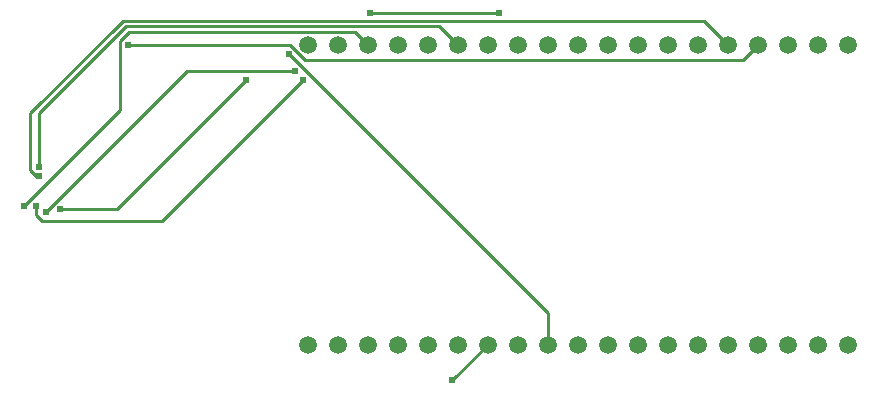
<source format=gbl>
G04 Layer: BottomLayer*
G04 EasyEDA Pro v2.2.40.8, 2025-09-20 19:13:23*
G04 Gerber Generator version 0.3*
G04 Scale: 100 percent, Rotated: No, Reflected: No*
G04 Dimensions in millimeters*
G04 Leading zeros omitted, absolute positions, 4 integers and 5 decimals*
G04 Generated by one-click*
%FSLAX45Y45*%
%MOMM*%
%ADD10C,1.5*%
%ADD11C,0.61*%
%ADD12C,0.254*%
%ADD13C,0.5428*%
G75*


G04 Pad Start*
G54D10*
G01X3070606Y-3594468D03*
G01X3324606Y-3594468D03*
G01X3578606Y-3594468D03*
G01X3832606Y-3594468D03*
G01X4086606Y-3594468D03*
G01X4340606Y-3594468D03*
G01X4594606Y-3594468D03*
G01X4848606Y-3594468D03*
G01X5102606Y-3594468D03*
G01X5356606Y-3594468D03*
G01X5610606Y-3594468D03*
G01X5864606Y-3594468D03*
G01X6118606Y-3594468D03*
G01X6372606Y-3594468D03*
G01X6626606Y-3594468D03*
G01X6880606Y-3594468D03*
G01X7134606Y-3594468D03*
G01X7388606Y-3594468D03*
G01X7642606Y-3594468D03*
G01X3070606Y-1054468D03*
G01X3324606Y-1054468D03*
G01X3578606Y-1054468D03*
G01X3832606Y-1054468D03*
G01X4086606Y-1054468D03*
G01X4340606Y-1054468D03*
G01X4594606Y-1054468D03*
G01X4848606Y-1054468D03*
G01X5102606Y-1054468D03*
G01X5356606Y-1054468D03*
G01X5610606Y-1054468D03*
G01X5864606Y-1054468D03*
G01X6118606Y-1054468D03*
G01X6372606Y-1054468D03*
G01X6626606Y-1054468D03*
G01X6880606Y-1054468D03*
G01X7134606Y-1054468D03*
G01X7388606Y-1054468D03*
G01X7642606Y-1054468D03*
G04 Pad End*

G04 Via Start*
G54D11*
G01X852909Y-2471849D03*
G01X2961109Y-1278049D03*
G01X4294825Y-3894249D03*
G01X1546116Y-1054468D03*
G01X2912003Y-1136670D03*
G01X4687192Y-785815D03*
G01X3594992Y-785815D03*
G01X673509Y-2421049D03*
G01X799696Y-2090849D03*
G01X773509Y-2421049D03*
G01X3034109Y-1354249D03*
G01X798096Y-2167049D03*
G01X975109Y-2446449D03*
G01X2549909Y-1354249D03*
G04 Via End*

G04 Track Start*
G54D12*
G01X852909Y-2471849D02*
G01X2046709Y-1278049D01*
G01X2961109Y-1278049D01*
G01X4294825Y-3894249D02*
G01X4594606Y-3594468D01*
G01X1546116Y-1054468D02*
G01X2917716Y-1054468D01*
G01X3044716Y-1181468D01*
G01X6753606Y-1181468D01*
G01X6880606Y-1054468D01*
G01X2912003Y-1136670D02*
G01X5102606Y-3327273D01*
G01X5102606Y-3594468D01*
G01X4687192Y-785815D02*
G01X3594992Y-785815D01*
G01X673509Y-2421049D02*
G01X1486309Y-1608249D01*
G01X1486309Y-1024049D01*
G01X1562509Y-947849D01*
G01X3471987Y-947849D01*
G01X3578606Y-1054468D01*
G01X799696Y-2090849D02*
G01X799696Y-1633649D01*
G01X1536296Y-897049D01*
G01X4183187Y-897049D01*
G01X4340606Y-1054468D01*
G01X773509Y-2421049D02*
G01X773509Y-2497249D01*
G01X824309Y-2548049D01*
G01X1840309Y-2548049D01*
G01X3034109Y-1354249D01*
G01X798096Y-2167049D02*
G01X772696Y-2167049D01*
G01X721896Y-2116249D01*
G01X721896Y-1633649D01*
G01X1504277Y-851268D01*
G01X6423406Y-851268D01*
G01X6626606Y-1054468D01*
G01X975109Y-2446449D02*
G01X1457709Y-2446449D01*
G01X2549909Y-1354249D01*
G04 Track End*

M02*


</source>
